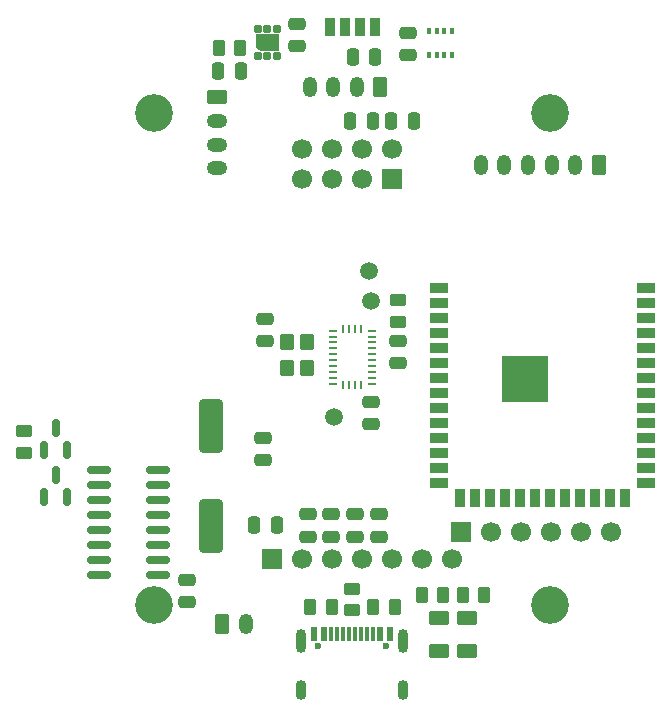
<source format=gbr>
%TF.GenerationSoftware,KiCad,Pcbnew,9.0.5*%
%TF.CreationDate,2026-01-03T13:47:43+01:00*%
%TF.ProjectId,CanSat,43616e53-6174-42e6-9b69-6361645f7063,rev?*%
%TF.SameCoordinates,Original*%
%TF.FileFunction,Soldermask,Top*%
%TF.FilePolarity,Negative*%
%FSLAX46Y46*%
G04 Gerber Fmt 4.6, Leading zero omitted, Abs format (unit mm)*
G04 Created by KiCad (PCBNEW 9.0.5) date 2026-01-03 13:47:43*
%MOMM*%
%LPD*%
G01*
G04 APERTURE LIST*
G04 Aperture macros list*
%AMRoundRect*
0 Rectangle with rounded corners*
0 $1 Rounding radius*
0 $2 $3 $4 $5 $6 $7 $8 $9 X,Y pos of 4 corners*
0 Add a 4 corners polygon primitive as box body*
4,1,4,$2,$3,$4,$5,$6,$7,$8,$9,$2,$3,0*
0 Add four circle primitives for the rounded corners*
1,1,$1+$1,$2,$3*
1,1,$1+$1,$4,$5*
1,1,$1+$1,$6,$7*
1,1,$1+$1,$8,$9*
0 Add four rect primitives between the rounded corners*
20,1,$1+$1,$2,$3,$4,$5,0*
20,1,$1+$1,$4,$5,$6,$7,0*
20,1,$1+$1,$6,$7,$8,$9,0*
20,1,$1+$1,$8,$9,$2,$3,0*%
G04 Aperture macros list end*
%ADD10C,0.010000*%
%ADD11RoundRect,0.250000X0.475000X-0.250000X0.475000X0.250000X-0.475000X0.250000X-0.475000X-0.250000X0*%
%ADD12O,1.200000X1.750000*%
%ADD13RoundRect,0.250000X0.350000X0.625000X-0.350000X0.625000X-0.350000X-0.625000X0.350000X-0.625000X0*%
%ADD14RoundRect,0.250000X-0.350000X-0.625000X0.350000X-0.625000X0.350000X0.625000X-0.350000X0.625000X0*%
%ADD15RoundRect,0.250000X-0.350000X0.450000X-0.350000X-0.450000X0.350000X-0.450000X0.350000X0.450000X0*%
%ADD16RoundRect,0.250000X-0.475000X0.250000X-0.475000X-0.250000X0.475000X-0.250000X0.475000X0.250000X0*%
%ADD17C,3.200000*%
%ADD18RoundRect,0.250000X-0.250000X-0.475000X0.250000X-0.475000X0.250000X0.475000X-0.250000X0.475000X0*%
%ADD19RoundRect,0.250000X0.250000X0.475000X-0.250000X0.475000X-0.250000X-0.475000X0.250000X-0.475000X0*%
%ADD20RoundRect,0.150000X0.825000X0.150000X-0.825000X0.150000X-0.825000X-0.150000X0.825000X-0.150000X0*%
%ADD21RoundRect,0.250000X-0.450000X0.262500X-0.450000X-0.262500X0.450000X-0.262500X0.450000X0.262500X0*%
%ADD22RoundRect,0.250000X-0.262500X-0.450000X0.262500X-0.450000X0.262500X0.450000X-0.262500X0.450000X0*%
%ADD23C,1.500000*%
%ADD24RoundRect,0.250000X0.625000X-0.375000X0.625000X0.375000X-0.625000X0.375000X-0.625000X-0.375000X0*%
%ADD25RoundRect,0.150000X0.150000X-0.587500X0.150000X0.587500X-0.150000X0.587500X-0.150000X-0.587500X0*%
%ADD26RoundRect,0.250000X0.450000X-0.262500X0.450000X0.262500X-0.450000X0.262500X-0.450000X-0.262500X0*%
%ADD27RoundRect,0.102000X-0.350000X0.700000X-0.350000X-0.700000X0.350000X-0.700000X0.350000X0.700000X0*%
%ADD28R,0.675000X0.254000*%
%ADD29R,0.254000X0.675000*%
%ADD30R,1.500000X0.900000*%
%ADD31R,0.900000X1.500000*%
%ADD32C,0.600000*%
%ADD33R,3.900000X3.900000*%
%ADD34R,1.700000X1.700000*%
%ADD35C,1.700000*%
%ADD36RoundRect,0.102000X0.200000X-0.275000X0.200000X0.275000X-0.200000X0.275000X-0.200000X-0.275000X0*%
%ADD37RoundRect,0.250000X-0.750000X2.000000X-0.750000X-2.000000X0.750000X-2.000000X0.750000X2.000000X0*%
%ADD38R,0.600000X1.160000*%
%ADD39R,0.300000X1.160000*%
%ADD40O,0.900000X2.000000*%
%ADD41O,0.900000X1.700000*%
%ADD42R,0.350000X0.500000*%
%ADD43RoundRect,0.250000X0.262500X0.450000X-0.262500X0.450000X-0.262500X-0.450000X0.262500X-0.450000X0*%
%ADD44RoundRect,0.250000X-0.625000X0.350000X-0.625000X-0.350000X0.625000X-0.350000X0.625000X0.350000X0*%
%ADD45O,1.750000X1.200000*%
G04 APERTURE END LIST*
D10*
%TO.C,U2*%
X93700000Y-74025000D02*
X92220000Y-74025000D01*
X91900000Y-73705000D01*
X91900000Y-72675000D01*
X93700000Y-72675000D01*
X93700000Y-74025000D01*
G36*
X93700000Y-74025000D02*
G01*
X92220000Y-74025000D01*
X91900000Y-73705000D01*
X91900000Y-72675000D01*
X93700000Y-72675000D01*
X93700000Y-74025000D01*
G37*
%TD*%
D11*
%TO.C,C34*%
X96233977Y-113282118D03*
X96233977Y-115182118D03*
%TD*%
%TO.C,C44*%
X98233977Y-113282118D03*
X98233977Y-115182118D03*
%TD*%
D12*
%TO.C,J6*%
X110896838Y-83731832D03*
X112896838Y-83731832D03*
X114896838Y-83731832D03*
X116896838Y-83731832D03*
X118896838Y-83731832D03*
D13*
X120896838Y-83731832D03*
%TD*%
D14*
%TO.C,J2*%
X89000000Y-122600000D03*
D12*
X91000000Y-122600000D03*
%TD*%
D15*
%TO.C,U7*%
X94500000Y-98725000D03*
X94500000Y-100925000D03*
X96200000Y-100925000D03*
X96200000Y-98725000D03*
%TD*%
D16*
%TO.C,C43*%
X101600000Y-103750000D03*
X101600000Y-105650000D03*
%TD*%
D17*
%TO.C,*%
X116725000Y-79350000D03*
%TD*%
D18*
%TO.C,C57*%
X91725000Y-114235000D03*
X93625000Y-114235000D03*
%TD*%
D19*
%TO.C,C45*%
X101750000Y-80000000D03*
X99850000Y-80000000D03*
%TD*%
D20*
%TO.C,U8*%
X83550000Y-118480000D03*
X83550000Y-117210000D03*
X83550000Y-115940000D03*
X83550000Y-114670000D03*
X83550000Y-113400000D03*
X83550000Y-112130000D03*
X83550000Y-110860000D03*
X83550000Y-109590000D03*
X78600000Y-109590000D03*
X78600000Y-110860000D03*
X78600000Y-112130000D03*
X78600000Y-113400000D03*
X78600000Y-114670000D03*
X78600000Y-115940000D03*
X78600000Y-117210000D03*
X78600000Y-118480000D03*
%TD*%
D11*
%TO.C,C16*%
X86000000Y-120750000D03*
X86000000Y-118850000D03*
%TD*%
D19*
%TO.C,C5*%
X90550000Y-75800000D03*
X88650000Y-75800000D03*
%TD*%
D21*
%TO.C,R10*%
X100011423Y-119603677D03*
X100011423Y-121428677D03*
%TD*%
D22*
%TO.C,R94*%
X105896400Y-120091200D03*
X107721400Y-120091200D03*
%TD*%
D23*
%TO.C,TP13*%
X101600000Y-95200000D03*
%TD*%
D24*
%TO.C,D5*%
X109753400Y-124894800D03*
X109753400Y-122094800D03*
%TD*%
D23*
%TO.C,TP12*%
X101400000Y-92700000D03*
%TD*%
D25*
%TO.C,Q2*%
X73939400Y-107873800D03*
X75839400Y-107873800D03*
X74889400Y-105998800D03*
%TD*%
D26*
%TO.C,R97*%
X103900000Y-97012500D03*
X103900000Y-95187500D03*
%TD*%
D17*
%TO.C,*%
X83200000Y-79350000D03*
%TD*%
D27*
%TO.C,U1*%
X101900000Y-72000000D03*
X100630000Y-72000000D03*
X99360000Y-72000000D03*
X98090000Y-72000000D03*
%TD*%
D22*
%TO.C,R93*%
X109350800Y-120091200D03*
X111175800Y-120091200D03*
%TD*%
D11*
%TO.C,C19*%
X92600000Y-98650000D03*
X92600000Y-96750000D03*
%TD*%
D28*
%TO.C,U23*%
X98337500Y-102250000D03*
D29*
X99250000Y-102387500D03*
X99750000Y-102387500D03*
X100250000Y-102387500D03*
X100750000Y-102387500D03*
D28*
X101662500Y-102250000D03*
X101662500Y-101750000D03*
X101662500Y-101250000D03*
X101662500Y-100750000D03*
X101662500Y-100250000D03*
X101662500Y-99750000D03*
X101662500Y-99250000D03*
X101662500Y-98750000D03*
X101662500Y-98250000D03*
X101662500Y-97750000D03*
D29*
X100750000Y-97612500D03*
X100250000Y-97612500D03*
X99750000Y-97612500D03*
X99250000Y-97612500D03*
D28*
X98337500Y-97750000D03*
X98337500Y-98250000D03*
X98337500Y-98750000D03*
X98337500Y-99250000D03*
X98337500Y-99750000D03*
X98337500Y-100250000D03*
X98337500Y-100750000D03*
X98337500Y-101250000D03*
X98337500Y-101750000D03*
%TD*%
D18*
%TO.C,C8*%
X103300000Y-80000000D03*
X105200000Y-80000000D03*
%TD*%
D26*
%TO.C,R8*%
X72237600Y-108075100D03*
X72237600Y-106250100D03*
%TD*%
D16*
%TO.C,C1*%
X104700000Y-72550000D03*
X104700000Y-74450000D03*
%TD*%
D25*
%TO.C,Q1*%
X73939400Y-111810800D03*
X75839400Y-111810800D03*
X74889400Y-109935800D03*
%TD*%
D24*
%TO.C,D1*%
X107315000Y-124894800D03*
X107315000Y-122094800D03*
%TD*%
D22*
%TO.C,R98*%
X88687500Y-73800000D03*
X90512500Y-73800000D03*
%TD*%
D30*
%TO.C,U3*%
X107366000Y-94156400D03*
X107366000Y-95426400D03*
X107366000Y-96696400D03*
X107366000Y-97966400D03*
X107366000Y-99236400D03*
X107366000Y-100506400D03*
X107366000Y-101776400D03*
X107366000Y-103046400D03*
X107366000Y-104316400D03*
X107366000Y-105586400D03*
X107366000Y-106856400D03*
X107366000Y-108126400D03*
X107366000Y-109396400D03*
X107366000Y-110666400D03*
D31*
X109131000Y-111916400D03*
X110401000Y-111916400D03*
X111671000Y-111916400D03*
X112941000Y-111916400D03*
X114211000Y-111916400D03*
X115481000Y-111916400D03*
X116751000Y-111916400D03*
X118021000Y-111916400D03*
X119291000Y-111916400D03*
X120561000Y-111916400D03*
X121831000Y-111916400D03*
X123101000Y-111916400D03*
D30*
X124866000Y-110666400D03*
X124866000Y-109396400D03*
X124866000Y-108126400D03*
X124866000Y-106856400D03*
X124866000Y-105586400D03*
X124866000Y-104316400D03*
X124866000Y-103046400D03*
X124866000Y-101776400D03*
X124866000Y-100506400D03*
X124866000Y-99236400D03*
X124866000Y-97966400D03*
X124866000Y-96696400D03*
X124866000Y-95426400D03*
X124866000Y-94156400D03*
D32*
X113216000Y-101176400D03*
X113216000Y-102576400D03*
X113916000Y-100476400D03*
X113916000Y-101876400D03*
X113916000Y-103276400D03*
X114616000Y-101176400D03*
D33*
X114616000Y-101876400D03*
D32*
X114616000Y-102576400D03*
X115316000Y-100476400D03*
X115316000Y-101876400D03*
X115316000Y-103276400D03*
X116016000Y-101176400D03*
X116016000Y-102576400D03*
%TD*%
D34*
%TO.C,J7*%
X109250000Y-114800000D03*
D35*
X111790000Y-114800000D03*
X114330000Y-114800000D03*
X116870000Y-114800000D03*
X119410000Y-114800000D03*
X121950000Y-114800000D03*
%TD*%
D11*
%TO.C,C46*%
X100233977Y-115182118D03*
X100233977Y-113282118D03*
%TD*%
D16*
%TO.C,C56*%
X92456000Y-106796800D03*
X92456000Y-108696800D03*
%TD*%
D36*
%TO.C,U2*%
X92000000Y-74500000D03*
X92800000Y-74500000D03*
X93600000Y-74500000D03*
X93600000Y-72200000D03*
X92800000Y-72200000D03*
X92000000Y-72200000D03*
%TD*%
D16*
%TO.C,C7*%
X95300000Y-71750000D03*
X95300000Y-73650000D03*
%TD*%
D22*
%TO.C,R26*%
X96445700Y-121132600D03*
X98270700Y-121132600D03*
%TD*%
D17*
%TO.C,*%
X116725000Y-121000000D03*
%TD*%
D37*
%TO.C,Y2*%
X88075000Y-105785000D03*
X88075000Y-114285000D03*
%TD*%
D32*
%TO.C,J12*%
X97110000Y-124475000D03*
X102890000Y-124475000D03*
D38*
X96800000Y-123415000D03*
X97600000Y-123415000D03*
D39*
X98750000Y-123415000D03*
X99750000Y-123415000D03*
X100250000Y-123415000D03*
X101250000Y-123415000D03*
D38*
X102400000Y-123415000D03*
X103200000Y-123415000D03*
X103200000Y-123415000D03*
X102400000Y-123415000D03*
D39*
X101750000Y-123415000D03*
X100750000Y-123415000D03*
X99250000Y-123415000D03*
X98250000Y-123415000D03*
D38*
X97600000Y-123415000D03*
X96800000Y-123415000D03*
D40*
X95680000Y-123995000D03*
D41*
X95680000Y-128165000D03*
D40*
X104320000Y-123995000D03*
D41*
X104320000Y-128165000D03*
%TD*%
D11*
%TO.C,C47*%
X102233977Y-115182118D03*
X102233977Y-113282118D03*
%TD*%
%TO.C,C42*%
X103900000Y-100500000D03*
X103900000Y-98600000D03*
%TD*%
D19*
%TO.C,C4*%
X101950000Y-74600000D03*
X100050000Y-74600000D03*
%TD*%
D42*
%TO.C,U21*%
X106500000Y-72402000D03*
X107150000Y-72402000D03*
X107800000Y-72402000D03*
X108450000Y-72402000D03*
X108450000Y-74452000D03*
X107800000Y-74452000D03*
X107150000Y-74452000D03*
X106500000Y-74452000D03*
%TD*%
D43*
%TO.C,R9*%
X103589938Y-121152279D03*
X101764938Y-121152279D03*
%TD*%
D23*
%TO.C,TP1*%
X98500000Y-105100000D03*
%TD*%
D17*
%TO.C,*%
X83200000Y-121000000D03*
%TD*%
D34*
%TO.C,J5*%
X93225000Y-117075000D03*
D35*
X95765000Y-117075000D03*
X98305000Y-117075000D03*
X100845000Y-117075000D03*
X103385000Y-117075000D03*
X105925000Y-117075000D03*
X108465000Y-117075000D03*
%TD*%
D44*
%TO.C,J1*%
X88550000Y-78000000D03*
D45*
X88550000Y-80000000D03*
X88550000Y-82000000D03*
X88550000Y-84000000D03*
%TD*%
D13*
%TO.C,J3*%
X102400000Y-77100000D03*
D12*
X100400000Y-77100000D03*
X98400000Y-77100000D03*
X96400000Y-77100000D03*
%TD*%
D34*
%TO.C,J4*%
X103355000Y-84900000D03*
D35*
X103355000Y-82360000D03*
X100815000Y-84900000D03*
X100815000Y-82360000D03*
X98275000Y-84900000D03*
X98275000Y-82360000D03*
X95735000Y-84900000D03*
X95735000Y-82360000D03*
%TD*%
M02*

</source>
